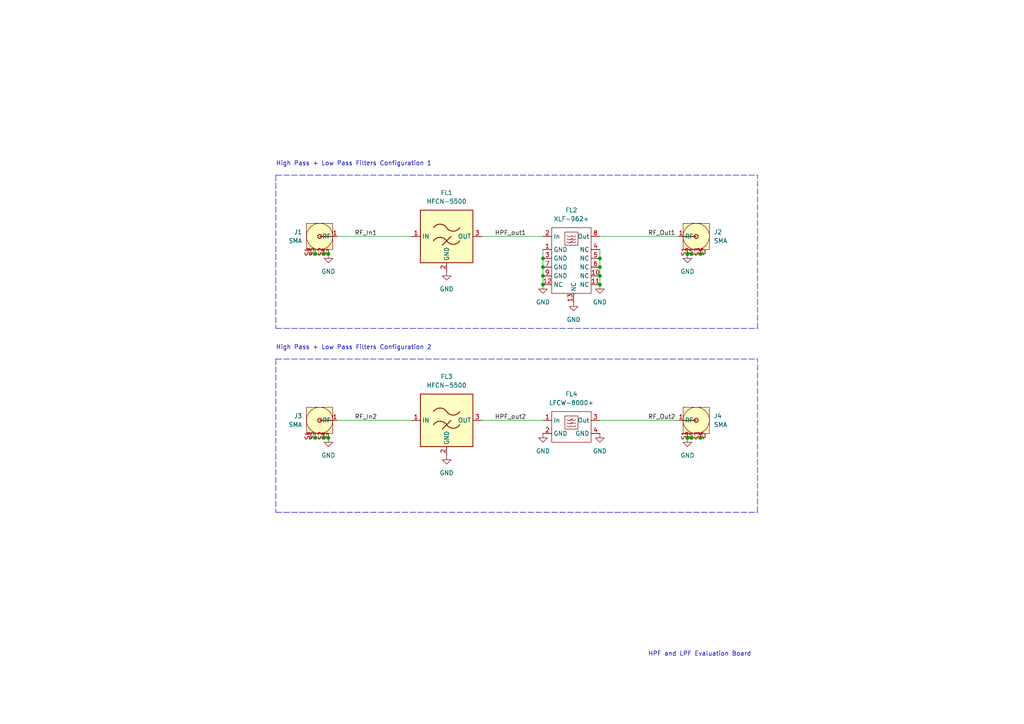
<source format=kicad_sch>
(kicad_sch (version 20211123) (generator eeschema)
  (paper "A4")
  (lib_symbols
    (symbol "GGS_Connectors:SMA"
      (property "Reference" "J" (at 2.54 15.24 0))
      (property "Value" "SMA" (at 3.81 12.7 0))
      (symbol "SMA_0_1"
        (polyline (pts (xy 6.35 6.35) (xy 2.54 6.35)) (stroke (width 0.254)))
        (rectangle (start 2.54 10.16) (end 10.16 2.54) (fill (type background)))
        (circle (center 6.35 6.35) (radius 0.568) (stroke (width 0.254)))
        (circle (center 6.35 6.35) (radius 3.81))
      )
      (symbol "SMA_1_1"
        (pin bidirectional line (at 1.27 6.35 0) (length 1.27) (name "RF") (number "1"))
        (pin power_in line (at 3.81 1.27 90) (length 1.27) (name "") (number "S1"))
        (pin power_in line (at 5.08 1.27 90) (length 1.27) (name "") (number "S2"))
        (pin power_in line (at 7.62 1.27 90) (length 1.27) (name "") (number "S3"))
        (pin power_in line (at 8.89 1.27 90) (length 1.27) (name "") (number "S4"))
      )
    )
    (symbol "GGS_RF:LFCW-8000+"
      (property "Reference" "FL" (at 1.27 -1.27 0))
      (property "Value" "LFCW-8000+" (at 6.35 1.27 0))
      (symbol "LFCW-8000+_0_0"
        (pin input line (at -2.54 10.16 0) (length 2.54) (name "In") (number "1"))
        (pin passive line (at -2.54 6.35 0) (length 2.54) (name "GND") (number "2"))
        (pin output line (at 13.97 10.16 180) (length 2.54) (name "Out") (number "3"))
        (pin passive line (at 13.97 6.35 180) (length 2.54) (name "GND") (number "4"))
      )
      (symbol "LFCW-8000+_0_1"
        (polyline (pts (xy 5.207 9.144) (xy 6.223 9.652)))
        (polyline (pts (xy 5.207 10.16) (xy 6.223 10.668)))
        (rectangle (start 0 12.7) (end 11.43 3.81))
        (rectangle (start 3.81 11.43) (end 7.62 7.62))
        (arc (start 4.445 8.5598) (mid 5.08 7.0268) (end 5.715 8.5598))
        (arc (start 4.445 9.4488) (mid 5.08 7.9108) (end 5.715 9.4488))
        (arc (start 4.445 10.3632) (mid 5.08 8.8302) (end 5.715 10.3632))
        (arc (start 5.715 8.5598) (mid 6.35 8.3388) (end 6.985 8.5598))
        (arc (start 5.715 9.4488) (mid 6.35 9.2278) (end 6.985 9.4488))
        (arc (start 5.715 10.3632) (mid 6.35 10.142) (end 6.985 10.3632))
      )
    )
    (symbol "GGS_RF:XLF-962+"
      (property "Reference" "FL" (at 1.27 19.05 0))
      (property "Value" "XLF-962+" (at 5.08 16.51 0))
      (symbol "XLF-962+_0_0"
        (pin passive line (at -2.54 7.62 0) (length 2.54) (name "GND") (number "1"))
        (pin passive line (at 13.97 0 180) (length 2.54) (name "NC") (number "10"))
        (pin passive line (at 13.97 -2.54 180) (length 2.54) (name "NC") (number "11"))
        (pin passive line (at -2.54 -2.54 0) (length 2.54) (name "NC") (number "12"))
        (pin passive line (at 6.35 -7.62 90) (length 2.54) (name "NC") (number "13"))
        (pin input line (at -2.54 11.43 0) (length 2.54) (name "In") (number "2"))
        (pin passive line (at -2.54 5.08 0) (length 2.54) (name "GND") (number "3"))
        (pin passive line (at 13.97 7.62 180) (length 2.54) (name "NC") (number "4"))
        (pin passive line (at 13.97 5.08 180) (length 2.54) (name "NC") (number "5"))
        (pin passive line (at 13.97 2.54 180) (length 2.54) (name "NC") (number "6"))
        (pin passive line (at -2.54 2.54 0) (length 2.54) (name "GND") (number "7"))
        (pin output line (at 13.97 11.43 180) (length 2.54) (name "Out") (number "8"))
        (pin passive line (at -2.54 0 0) (length 2.54) (name "GND") (number "9"))
      )
      (symbol "XLF-962+_0_1"
        (polyline (pts (xy 5.207 9.652) (xy 6.223 10.16)))
        (polyline (pts (xy 5.207 10.414) (xy 6.223 10.922)))
        (rectangle (start 0 13.97) (end 11.43 -5.08))
        (rectangle (start 3.81 12.7) (end 7.62 8.89))
        (arc (start 4.445 9.8298) (mid 5.08 8.2968) (end 5.715 9.8298))
        (arc (start 4.445 10.7188) (mid 5.08 9.1808) (end 5.715 10.7188))
        (arc (start 4.445 11.6332) (mid 5.08 10.1002) (end 5.715 11.6332))
        (arc (start 5.715 9.8298) (mid 6.35 9.6088) (end 6.985 9.8298))
        (arc (start 5.715 10.7188) (mid 6.35 10.4978) (end 6.985 10.7188))
        (arc (start 5.715 11.6332) (mid 6.35 11.412) (end 6.985 11.6332))
      )
    )
    (symbol "RF_Filter:HFCN-5500"
      (property "Reference" "FL" (at 0 10.795 0))
      (property "Value" "HFCN-5500" (at 0 8.89 0))
      (symbol "HFCN-5500_0_1"
        (rectangle (start -7.62 7.62) (end 7.62 -7.62) (stroke (width 0.254)) (fill (type background)))
        (arc (start 0 -1.27) (mid -1.905 -0.2505) (end -3.81 -1.27) (stroke (width 0.254)))
        (arc (start 0 -1.27) (mid 1.905 -2.2895) (end 3.81 -1.27) (stroke (width 0.254)))
        (polyline (pts (xy -1.27 -2.54) (xy 1.27 0)) (stroke (width 0.254)))
        (arc (start 0 2.54) (mid -1.905 3.5595) (end -3.81 2.54) (stroke (width 0.254)))
        (arc (start 0 2.54) (mid 1.905 1.5205) (end 3.81 2.54) (stroke (width 0.254)))
      )
      (symbol "HFCN-5500_1_1"
        (pin passive line (at -10.16 0 0) (length 2.54) (name "IN") (number "1"))
        (pin passive line (at 0 -10.16 90) (length 2.54) (name "GND") (number "2"))
        (pin passive line (at 10.16 0 180) (length 2.54) (name "OUT") (number "3"))
        (pin passive line (at 0 -10.16 90) (length 2.54) hide (name "GND") (number "4"))
        (pin passive line (at 0 -10.16 90) (length 2.54) hide (name "GND") (number "5"))
        (pin passive line (at 0 -10.16 90) (length 2.54) hide (name "GND") (number "6"))
      )
    )
    (symbol "power:GND" (power) (pin_names (offset 0))
      (property "Value" "GND" (at 0 -3.81 0))
      (symbol "GND_0_1"
        (polyline (pts (xy 0 0) (xy 0 -1.27) (xy 1.27 -1.27) (xy 0 -2.54) (xy -1.27 -1.27) (xy 0 -1.27)))
      )
      (symbol "GND_1_1"
        (pin power_in line (at 0 0 270) (length 0) hide (name "GND") (number "1"))
      )
    )
  )
  (junction (at 91.44 127))
  (junction (at 173.99 80.01))
  (junction (at 93.98 73.66))
  (junction (at 157.48 80.01))
  (junction (at 157.48 74.93))
  (junction (at 91.44 73.66))
  (junction (at 173.99 82.55))
  (junction (at 203.2 73.66))
  (junction (at 95.25 127))
  (junction (at 173.99 77.47))
  (junction (at 200.66 127))
  (junction (at 95.25 73.66))
  (junction (at 93.98 127))
  (junction (at 199.39 73.66))
  (junction (at 200.66 73.66))
  (junction (at 157.48 77.47))
  (junction (at 173.99 74.93))
  (junction (at 199.39 127))
  (junction (at 203.2 127))
  (junction (at 157.48 82.55))
  (wire (pts (xy 157.48 80.01) (xy 157.48 82.55)))
  (wire (pts (xy 93.98 73.66) (xy 91.44 73.66)))
  (wire (pts (xy 173.99 77.47) (xy 173.99 80.01)))
  (polyline (pts (xy 219.71 95.25) (xy 219.71 50.8)))
  (wire (pts (xy 173.99 74.93) (xy 173.99 77.47)))
  (wire (pts (xy 200.66 127) (xy 203.2 127)))
  (polyline (pts (xy 80.01 104.14) (xy 80.01 148.59)))
  (wire (pts (xy 91.44 127) (xy 90.17 127)))
  (wire (pts (xy 173.99 72.39) (xy 173.99 74.93)))
  (polyline (pts (xy 80.01 50.8) (xy 219.71 50.8)))
  (wire (pts (xy 157.48 74.93) (xy 157.48 77.47)))
  (wire (pts (xy 157.48 72.39) (xy 157.48 74.93)))
  (wire (pts (xy 199.39 73.66) (xy 200.66 73.66)))
  (wire (pts (xy 97.79 121.92) (xy 119.38 121.92)))
  (wire (pts (xy 199.39 127) (xy 200.66 127)))
  (wire (pts (xy 203.2 127) (xy 204.47 127)))
  (wire (pts (xy 91.44 73.66) (xy 90.17 73.66)))
  (polyline (pts (xy 80.01 95.25) (xy 219.71 95.25)))
  (polyline (pts (xy 80.01 148.59) (xy 219.71 148.59)))
  (polyline (pts (xy 80.01 104.14) (xy 219.71 104.14)))
  (wire (pts (xy 196.85 121.92) (xy 173.99 121.92)))
  (wire (pts (xy 95.25 73.66) (xy 93.98 73.66)))
  (wire (pts (xy 97.79 68.58) (xy 119.38 68.58)))
  (polyline (pts (xy 80.01 50.8) (xy 80.01 95.25)))
  (wire (pts (xy 93.98 127) (xy 91.44 127)))
  (wire (pts (xy 157.48 121.92) (xy 139.7 121.92)))
  (wire (pts (xy 196.85 68.58) (xy 173.99 68.58)))
  (wire (pts (xy 200.66 73.66) (xy 203.2 73.66)))
  (wire (pts (xy 157.48 68.58) (xy 139.7 68.58)))
  (wire (pts (xy 203.2 73.66) (xy 204.47 73.66)))
  (polyline (pts (xy 219.71 148.59) (xy 219.71 104.14)))
  (wire (pts (xy 173.99 80.01) (xy 173.99 82.55)))
  (wire (pts (xy 95.25 127) (xy 93.98 127)))
  (wire (pts (xy 157.48 77.47) (xy 157.48 80.01)))
  (text "High Pass + Low Pass Filters Configuration 2" (at 80.01 101.6 0) (effects (font (size 1.27 1.27)) (justify left bottom)))
  (text "HPF and LPF Evaluation Board" (at 187.96 190.5 0) (effects (font (size 1.27 1.27)) (justify left bottom)))
  (text "High Pass + Low Pass Filters Configuration 1" (at 80.01 48.26 0) (effects (font (size 1.27 1.27)) (justify left bottom)))
  (label "HPF_out2" (at 143.51 121.92 0))
  (label "RF_In2" (at 102.87 121.92 0))
  (label "RF_In1" (at 102.87 68.58 0))
  (label "HPF_out1" (at 143.51 68.58 0))
  (label "RF_Out2" (at 187.96 121.92 0))
  (label "RF_Out1" (at 187.96 68.58 0))
  (symbol (lib_id "power:GND") (at 173.99 82.55 0) (mirror y) (unit 1)
    (property "Reference" "#PWR0106" (effects hide))
    (property "Value" "GND" (at 173.99 87.63 0))
  )
  (symbol (lib_id "power:GND") (at 129.54 78.74 0) (mirror y) (unit 1)
    (property "Reference" "#PWR0105" (effects hide))
    (property "Value" "GND" (at 129.54 83.82 0))
  )
  (symbol (lib_id "power:GND") (at 199.39 73.66 0) (unit 1)
    (property "Reference" "#PWR0101" (effects hide))
    (property "Value" "GND" (at 199.39 78.74 0))
  )
  (symbol (lib_id "GGS_RF:XLF-962+") (at 160.02 80.01 0) (unit 1)
    (property "Reference" "FL2" (at 165.735 60.96 0))
    (property "Value" "XLF-962+" (at 165.735 63.5 0))
    (property "Footprint" "Package_DFN_QFN:QFN-12-1EP_3x3mm_P0.51mm_EP1.45x1.45mm" (effects hide))
  )
  (symbol (lib_id "RF_Filter:HFCN-5500") (at 129.54 121.92 0) (unit 1)
    (property "Reference" "FL3" (at 129.54 109.22 0))
    (property "Value" "HFCN-5500" (at 129.54 111.76 0))
    (property "Footprint" "Filter:Filter_Mini-Circuits_FV1206-1" (effects hide))
    (property "Datasheet" "https://www.minicircuits.com/pdfs/HFCN-5500+.pdf" (effects hide))
  )
  (symbol (lib_id "power:GND") (at 129.54 132.08 0) (mirror y) (unit 1)
    (property "Reference" "#PWR02" (effects hide))
    (property "Value" "GND" (at 129.54 137.16 0))
  )
  (symbol (lib_id "GGS_Connectors:SMA") (at 195.58 74.93 0) (unit 1)
    (property "Reference" "J2" (at 207.01 67.3099 0) (effects (justify left)))
    (property "Value" "SMA" (at 207.01 69.8499 0) (effects (justify left)))
    (property "Footprint" "GGS_Connectors:LINX_CONSMA020.062-G" (effects hide))
  )
  (symbol (lib_id "power:GND") (at 157.48 82.55 0) (mirror y) (unit 1)
    (property "Reference" "#PWR0103" (effects hide))
    (property "Value" "GND" (at 157.48 87.63 0))
  )
  (symbol (lib_id "GGS_Connectors:SMA") (at 99.06 74.93 0) (mirror y) (unit 1)
    (property "Reference" "J1" (at 87.63 67.3099 0) (effects (justify left)))
    (property "Value" "SMA" (at 87.63 69.8499 0) (effects (justify left)))
    (property "Footprint" "GGS_Connectors:LINX_CONSMA020.062-G" (effects hide))
  )
  (symbol (lib_id "power:GND") (at 166.37 87.63 0) (mirror y) (unit 1)
    (property "Reference" "#PWR0104" (effects hide))
    (property "Value" "GND" (at 166.37 92.71 0))
  )
  (symbol (lib_id "power:GND") (at 173.99 125.73 0) (mirror y) (unit 1)
    (property "Reference" "#PWR04" (effects hide))
    (property "Value" "GND" (at 173.99 130.81 0))
  )
  (symbol (lib_id "power:GND") (at 157.48 125.73 0) (mirror y) (unit 1)
    (property "Reference" "#PWR03" (effects hide))
    (property "Value" "GND" (at 157.48 130.81 0))
  )
  (symbol (lib_id "GGS_Connectors:SMA") (at 99.06 128.27 0) (mirror y) (unit 1)
    (property "Reference" "J3" (at 87.63 120.6499 0) (effects (justify left)))
    (property "Value" "SMA" (at 87.63 123.1899 0) (effects (justify left)))
    (property "Footprint" "GGS_Connectors:LINX_CONSMA020.062-G" (effects hide))
  )
  (symbol (lib_id "GGS_Connectors:SMA") (at 195.58 128.27 0) (unit 1)
    (property "Reference" "J4" (at 207.01 120.6499 0) (effects (justify left)))
    (property "Value" "SMA" (at 207.01 123.1899 0) (effects (justify left)))
    (property "Footprint" "GGS_Connectors:LINX_CONSMA020.062-G" (effects hide))
  )
  (symbol (lib_id "RF_Filter:HFCN-5500") (at 129.54 68.58 0) (unit 1)
    (property "Reference" "FL1" (at 129.54 55.88 0))
    (property "Value" "HFCN-5500" (at 129.54 58.42 0))
    (property "Footprint" "Filter:Filter_Mini-Circuits_FV1206-1" (effects hide))
    (property "Datasheet" "https://www.minicircuits.com/pdfs/HFCN-5500+.pdf" (effects hide))
  )
  (symbol (lib_id "power:GND") (at 199.39 127 0) (unit 1)
    (property "Reference" "#PWR05" (effects hide))
    (property "Value" "GND" (at 199.39 132.08 0))
  )
  (symbol (lib_id "power:GND") (at 95.25 127 0) (mirror y) (unit 1)
    (property "Reference" "#PWR01" (effects hide))
    (property "Value" "GND" (at 95.25 132.08 0))
  )
  (symbol (lib_id "power:GND") (at 95.25 73.66 0) (mirror y) (unit 1)
    (property "Reference" "#PWR0102" (effects hide))
    (property "Value" "GND" (at 95.25 78.74 0))
  )
  (symbol (lib_id "GGS_RF:LFCW-8000+") (at 160.02 132.08 0) (unit 1)
    (property "Reference" "FL4" (at 165.735 114.3 0))
    (property "Value" "LFCW-8000+" (at 165.735 116.84 0))
    (property "Footprint" "GGS_RF:JC0603C-1" (effects hide))
  )
)
</source>
